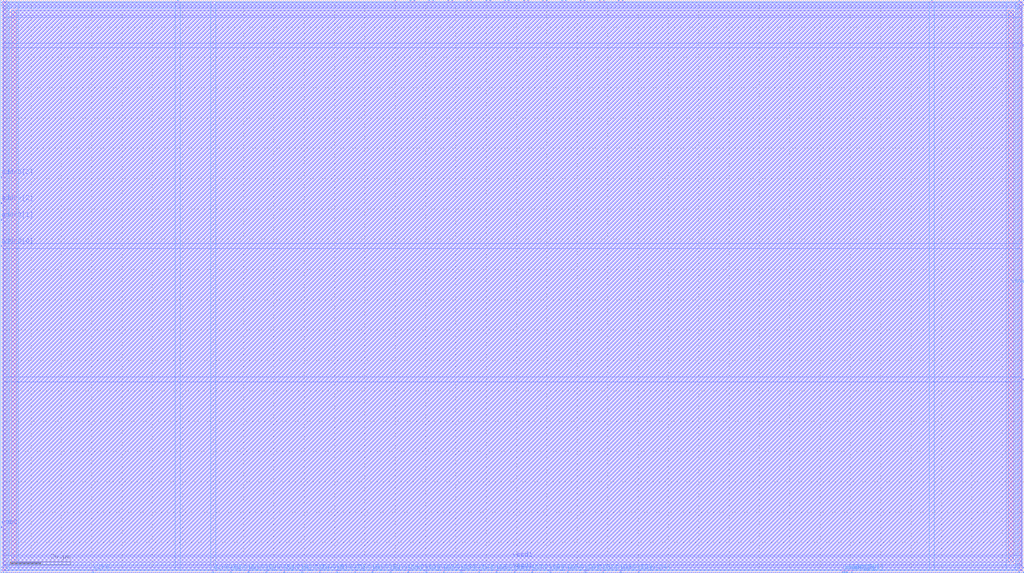
<source format=lef>
VERSION 5.4 ;
NAMESCASESENSITIVE ON ;
BUSBITCHARS "[]" ;
DIVIDERCHAR "/" ;
UNITS
  DATABASE MICRONS 1000 ;
END UNITS
MACRO icache_tag_ram
   CLASS BLOCK ;
   SIZE 337.22 BY 188.98 ;
   SYMMETRY X Y R90 ;
   PIN din0[0]
      DIRECTION INPUT ;
      PORT
         LAYER met4 ;
         RECT  69.86 0.0 70.24 0.38 ;
      END
   END din0[0]
   PIN din0[1]
      DIRECTION INPUT ;
      PORT
         LAYER met4 ;
         RECT  75.7 0.0 76.08 0.38 ;
      END
   END din0[1]
   PIN din0[2]
      DIRECTION INPUT ;
      PORT
         LAYER met4 ;
         RECT  81.54 0.0 81.92 0.38 ;
      END
   END din0[2]
   PIN din0[3]
      DIRECTION INPUT ;
      PORT
         LAYER met4 ;
         RECT  87.38 0.0 87.76 0.38 ;
      END
   END din0[3]
   PIN din0[4]
      DIRECTION INPUT ;
      PORT
         LAYER met4 ;
         RECT  93.22 0.0 93.6 0.38 ;
      END
   END din0[4]
   PIN din0[5]
      DIRECTION INPUT ;
      PORT
         LAYER met4 ;
         RECT  99.06 0.0 99.44 0.38 ;
      END
   END din0[5]
   PIN din0[6]
      DIRECTION INPUT ;
      PORT
         LAYER met4 ;
         RECT  104.9 0.0 105.28 0.38 ;
      END
   END din0[6]
   PIN din0[7]
      DIRECTION INPUT ;
      PORT
         LAYER met4 ;
         RECT  110.74 0.0 111.12 0.38 ;
      END
   END din0[7]
   PIN din0[8]
      DIRECTION INPUT ;
      PORT
         LAYER met4 ;
         RECT  116.58 0.0 116.96 0.38 ;
      END
   END din0[8]
   PIN din0[9]
      DIRECTION INPUT ;
      PORT
         LAYER met4 ;
         RECT  122.42 0.0 122.8 0.38 ;
      END
   END din0[9]
   PIN din0[10]
      DIRECTION INPUT ;
      PORT
         LAYER met4 ;
         RECT  128.26 0.0 128.64 0.38 ;
      END
   END din0[10]
   PIN din0[11]
      DIRECTION INPUT ;
      PORT
         LAYER met4 ;
         RECT  134.1 0.0 134.48 0.38 ;
      END
   END din0[11]
   PIN din0[12]
      DIRECTION INPUT ;
      PORT
         LAYER met4 ;
         RECT  139.94 0.0 140.32 0.38 ;
      END
   END din0[12]
   PIN din0[13]
      DIRECTION INPUT ;
      PORT
         LAYER met4 ;
         RECT  145.78 0.0 146.16 0.38 ;
      END
   END din0[13]
   PIN din0[14]
      DIRECTION INPUT ;
      PORT
         LAYER met4 ;
         RECT  151.62 0.0 152.0 0.38 ;
      END
   END din0[14]
   PIN din0[15]
      DIRECTION INPUT ;
      PORT
         LAYER met4 ;
         RECT  157.46 0.0 157.84 0.38 ;
      END
   END din0[15]
   PIN din0[16]
      DIRECTION INPUT ;
      PORT
         LAYER met4 ;
         RECT  163.3 0.0 163.68 0.38 ;
      END
   END din0[16]
   PIN din0[17]
      DIRECTION INPUT ;
      PORT
         LAYER met4 ;
         RECT  169.14 0.0 169.52 0.38 ;
      END
   END din0[17]
   PIN din0[18]
      DIRECTION INPUT ;
      PORT
         LAYER met4 ;
         RECT  174.98 0.0 175.36 0.38 ;
      END
   END din0[18]
   PIN din0[19]
      DIRECTION INPUT ;
      PORT
         LAYER met4 ;
         RECT  180.82 0.0 181.2 0.38 ;
      END
   END din0[19]
   PIN din0[20]
      DIRECTION INPUT ;
      PORT
         LAYER met4 ;
         RECT  186.66 0.0 187.04 0.38 ;
      END
   END din0[20]
   PIN din0[21]
      DIRECTION INPUT ;
      PORT
         LAYER met4 ;
         RECT  192.5 0.0 192.88 0.38 ;
      END
   END din0[21]
   PIN din0[22]
      DIRECTION INPUT ;
      PORT
         LAYER met4 ;
         RECT  198.34 0.0 198.72 0.38 ;
      END
   END din0[22]
   PIN din0[23]
      DIRECTION INPUT ;
      PORT
         LAYER met4 ;
         RECT  204.18 0.0 204.56 0.38 ;
      END
   END din0[23]
   PIN din0[24]
      DIRECTION INPUT ;
      PORT
         LAYER met4 ;
         RECT  210.02 0.0 210.4 0.38 ;
      END
   END din0[24]
   PIN addr0[0]
      DIRECTION INPUT ;
      PORT
         LAYER met3 ;
         RECT  0.0 107.58 0.38 107.96 ;
      END
   END addr0[0]
   PIN addr0[1]
      DIRECTION INPUT ;
      PORT
         LAYER met3 ;
         RECT  0.0 116.08 0.38 116.46 ;
      END
   END addr0[1]
   PIN addr0[2]
      DIRECTION INPUT ;
      PORT
         LAYER met3 ;
         RECT  0.0 121.72 0.38 122.1 ;
      END
   END addr0[2]
   PIN addr0[3]
      DIRECTION INPUT ;
      PORT
         LAYER met3 ;
         RECT  0.0 130.22 0.38 130.6 ;
      END
   END addr0[3]
   PIN addr0[4]
      DIRECTION INPUT ;
      PORT
         LAYER met4 ;
         RECT  58.18 188.6 58.56 188.98 ;
      END
   END addr0[4]
   PIN addr1[0]
      DIRECTION INPUT ;
      PORT
         LAYER met3 ;
         RECT  336.84 63.54 337.22 63.92 ;
      END
   END addr1[0]
   PIN addr1[1]
      DIRECTION INPUT ;
      PORT
         LAYER met4 ;
         RECT  280.2 0.0 280.58 0.38 ;
      END
   END addr1[1]
   PIN addr1[2]
      DIRECTION INPUT ;
      PORT
         LAYER met4 ;
         RECT  277.225 0.0 277.605 0.38 ;
      END
   END addr1[2]
   PIN addr1[3]
      DIRECTION INPUT ;
      PORT
         LAYER met4 ;
         RECT  277.915 0.0 278.295 0.38 ;
      END
   END addr1[3]
   PIN addr1[4]
      DIRECTION INPUT ;
      PORT
         LAYER met4 ;
         RECT  278.66 0.0 279.04 0.38 ;
      END
   END addr1[4]
   PIN csb0
      DIRECTION INPUT ;
      PORT
         LAYER met3 ;
         RECT  0.0 14.87 0.38 15.25 ;
      END
   END csb0
   PIN csb1
      DIRECTION INPUT ;
      PORT
         LAYER met3 ;
         RECT  336.84 173.73 337.22 174.11 ;
      END
   END csb1
   PIN clk0
      DIRECTION INPUT ;
      PORT
         LAYER met4 ;
         RECT  30.26 0.0 30.64 0.38 ;
      END
   END clk0
   PIN clk1
      DIRECTION INPUT ;
      PORT
         LAYER met4 ;
         RECT  306.58 188.6 306.96 188.98 ;
      END
   END clk1
   PIN dout1[0]
      DIRECTION OUTPUT ;
      PORT
         LAYER met4 ;
         RECT  129.845 188.6 130.225 188.98 ;
      END
   END dout1[0]
   PIN dout1[1]
      DIRECTION OUTPUT ;
      PORT
         LAYER met4 ;
         RECT  134.815 188.6 135.195 188.98 ;
      END
   END dout1[1]
   PIN dout1[2]
      DIRECTION OUTPUT ;
      PORT
         LAYER met4 ;
         RECT  136.085 188.6 136.465 188.98 ;
      END
   END dout1[2]
   PIN dout1[3]
      DIRECTION OUTPUT ;
      PORT
         LAYER met4 ;
         RECT  141.055 188.6 141.435 188.98 ;
      END
   END dout1[3]
   PIN dout1[4]
      DIRECTION OUTPUT ;
      PORT
         LAYER met4 ;
         RECT  142.325 188.6 142.705 188.98 ;
      END
   END dout1[4]
   PIN dout1[5]
      DIRECTION OUTPUT ;
      PORT
         LAYER met4 ;
         RECT  147.295 188.6 147.675 188.98 ;
      END
   END dout1[5]
   PIN dout1[6]
      DIRECTION OUTPUT ;
      PORT
         LAYER met4 ;
         RECT  148.565 188.6 148.945 188.98 ;
      END
   END dout1[6]
   PIN dout1[7]
      DIRECTION OUTPUT ;
      PORT
         LAYER met4 ;
         RECT  153.535 188.6 153.915 188.98 ;
      END
   END dout1[7]
   PIN dout1[8]
      DIRECTION OUTPUT ;
      PORT
         LAYER met4 ;
         RECT  154.805 188.6 155.185 188.98 ;
      END
   END dout1[8]
   PIN dout1[9]
      DIRECTION OUTPUT ;
      PORT
         LAYER met4 ;
         RECT  159.775 188.6 160.155 188.98 ;
      END
   END dout1[9]
   PIN dout1[10]
      DIRECTION OUTPUT ;
      PORT
         LAYER met4 ;
         RECT  161.045 188.6 161.425 188.98 ;
      END
   END dout1[10]
   PIN dout1[11]
      DIRECTION OUTPUT ;
      PORT
         LAYER met4 ;
         RECT  166.015 188.6 166.395 188.98 ;
      END
   END dout1[11]
   PIN dout1[12]
      DIRECTION OUTPUT ;
      PORT
         LAYER met4 ;
         RECT  167.285 188.6 167.665 188.98 ;
      END
   END dout1[12]
   PIN dout1[13]
      DIRECTION OUTPUT ;
      PORT
         LAYER met4 ;
         RECT  172.255 188.6 172.635 188.98 ;
      END
   END dout1[13]
   PIN dout1[14]
      DIRECTION OUTPUT ;
      PORT
         LAYER met4 ;
         RECT  173.525 188.6 173.905 188.98 ;
      END
   END dout1[14]
   PIN dout1[15]
      DIRECTION OUTPUT ;
      PORT
         LAYER met4 ;
         RECT  178.495 188.6 178.875 188.98 ;
      END
   END dout1[15]
   PIN dout1[16]
      DIRECTION OUTPUT ;
      PORT
         LAYER met4 ;
         RECT  179.765 188.6 180.145 188.98 ;
      END
   END dout1[16]
   PIN dout1[17]
      DIRECTION OUTPUT ;
      PORT
         LAYER met4 ;
         RECT  184.735 188.6 185.115 188.98 ;
      END
   END dout1[17]
   PIN dout1[18]
      DIRECTION OUTPUT ;
      PORT
         LAYER met4 ;
         RECT  186.005 188.6 186.385 188.98 ;
      END
   END dout1[18]
   PIN dout1[19]
      DIRECTION OUTPUT ;
      PORT
         LAYER met4 ;
         RECT  190.975 188.6 191.355 188.98 ;
      END
   END dout1[19]
   PIN dout1[20]
      DIRECTION OUTPUT ;
      PORT
         LAYER met4 ;
         RECT  192.245 188.6 192.625 188.98 ;
      END
   END dout1[20]
   PIN dout1[21]
      DIRECTION OUTPUT ;
      PORT
         LAYER met4 ;
         RECT  197.215 188.6 197.595 188.98 ;
      END
   END dout1[21]
   PIN dout1[22]
      DIRECTION OUTPUT ;
      PORT
         LAYER met4 ;
         RECT  198.485 188.6 198.865 188.98 ;
      END
   END dout1[22]
   PIN dout1[23]
      DIRECTION OUTPUT ;
      PORT
         LAYER met4 ;
         RECT  203.455 188.6 203.835 188.98 ;
      END
   END dout1[23]
   PIN dout1[24]
      DIRECTION OUTPUT ;
      PORT
         LAYER met4 ;
         RECT  204.725 188.6 205.105 188.98 ;
      END
   END dout1[24]
   PIN vccd1
      DIRECTION INOUT ;
      USE POWER ; 
      SHAPE ABUTMENT ; 
      PORT
         LAYER met4 ;
         RECT  0.0 0.0 1.74 188.98 ;
         LAYER met3 ;
         RECT  0.0 187.24 337.22 188.98 ;
         LAYER met3 ;
         RECT  0.0 0.0 337.22 1.74 ;
         LAYER met4 ;
         RECT  335.48 0.0 337.22 188.98 ;
      END
   END vccd1
   PIN vssd1
      DIRECTION INOUT ;
      USE GROUND ; 
      SHAPE ABUTMENT ; 
      PORT
         LAYER met4 ;
         RECT  3.48 3.48 5.22 185.5 ;
         LAYER met3 ;
         RECT  3.48 183.76 333.74 185.5 ;
         LAYER met4 ;
         RECT  332.0 3.48 333.74 185.5 ;
         LAYER met3 ;
         RECT  3.48 3.48 333.74 5.22 ;
      END
   END vssd1
   OBS
   LAYER  met1 ;
      RECT  0.62 0.62 336.6 188.36 ;
   LAYER  met2 ;
      RECT  0.62 0.62 336.6 188.36 ;
   LAYER  met3 ;
      RECT  0.98 106.98 336.6 108.56 ;
      RECT  0.62 108.56 0.98 115.48 ;
      RECT  0.62 117.06 0.98 121.12 ;
      RECT  0.62 122.7 0.98 129.62 ;
      RECT  0.98 62.94 336.24 64.52 ;
      RECT  0.98 64.52 336.24 106.98 ;
      RECT  336.24 64.52 336.6 106.98 ;
      RECT  0.62 15.85 0.98 106.98 ;
      RECT  0.98 108.56 336.24 173.13 ;
      RECT  0.98 173.13 336.24 174.71 ;
      RECT  336.24 108.56 336.6 173.13 ;
      RECT  0.62 131.2 0.98 186.64 ;
      RECT  336.24 174.71 336.6 186.64 ;
      RECT  336.24 2.34 336.6 62.94 ;
      RECT  0.62 2.34 0.98 14.27 ;
      RECT  0.98 174.71 2.88 183.16 ;
      RECT  0.98 183.16 2.88 186.1 ;
      RECT  0.98 186.1 2.88 186.64 ;
      RECT  2.88 174.71 334.34 183.16 ;
      RECT  2.88 186.1 334.34 186.64 ;
      RECT  334.34 174.71 336.24 183.16 ;
      RECT  334.34 183.16 336.24 186.1 ;
      RECT  334.34 186.1 336.24 186.64 ;
      RECT  0.98 2.34 2.88 2.88 ;
      RECT  0.98 2.88 2.88 5.82 ;
      RECT  0.98 5.82 2.88 62.94 ;
      RECT  2.88 2.34 334.34 2.88 ;
      RECT  2.88 5.82 334.34 62.94 ;
      RECT  334.34 2.34 336.24 2.88 ;
      RECT  334.34 2.88 336.24 5.82 ;
      RECT  334.34 5.82 336.24 62.94 ;
   LAYER  met4 ;
      RECT  69.26 0.98 70.84 188.36 ;
      RECT  70.84 0.62 75.1 0.98 ;
      RECT  76.68 0.62 80.94 0.98 ;
      RECT  82.52 0.62 86.78 0.98 ;
      RECT  88.36 0.62 92.62 0.98 ;
      RECT  94.2 0.62 98.46 0.98 ;
      RECT  100.04 0.62 104.3 0.98 ;
      RECT  105.88 0.62 110.14 0.98 ;
      RECT  111.72 0.62 115.98 0.98 ;
      RECT  117.56 0.62 121.82 0.98 ;
      RECT  123.4 0.62 127.66 0.98 ;
      RECT  129.24 0.62 133.5 0.98 ;
      RECT  135.08 0.62 139.34 0.98 ;
      RECT  140.92 0.62 145.18 0.98 ;
      RECT  146.76 0.62 151.02 0.98 ;
      RECT  152.6 0.62 156.86 0.98 ;
      RECT  158.44 0.62 162.7 0.98 ;
      RECT  164.28 0.62 168.54 0.98 ;
      RECT  170.12 0.62 174.38 0.98 ;
      RECT  175.96 0.62 180.22 0.98 ;
      RECT  181.8 0.62 186.06 0.98 ;
      RECT  187.64 0.62 191.9 0.98 ;
      RECT  193.48 0.62 197.74 0.98 ;
      RECT  199.32 0.62 203.58 0.98 ;
      RECT  205.16 0.62 209.42 0.98 ;
      RECT  57.58 0.98 59.16 188.0 ;
      RECT  59.16 0.98 69.26 188.0 ;
      RECT  59.16 188.0 69.26 188.36 ;
      RECT  211.0 0.62 276.625 0.98 ;
      RECT  31.24 0.62 69.26 0.98 ;
      RECT  70.84 0.98 305.98 188.0 ;
      RECT  305.98 0.98 307.56 188.0 ;
      RECT  70.84 188.0 129.245 188.36 ;
      RECT  130.825 188.0 134.215 188.36 ;
      RECT  137.065 188.0 140.455 188.36 ;
      RECT  143.305 188.0 146.695 188.36 ;
      RECT  149.545 188.0 152.935 188.36 ;
      RECT  155.785 188.0 159.175 188.36 ;
      RECT  162.025 188.0 165.415 188.36 ;
      RECT  168.265 188.0 171.655 188.36 ;
      RECT  174.505 188.0 177.895 188.36 ;
      RECT  180.745 188.0 184.135 188.36 ;
      RECT  186.985 188.0 190.375 188.36 ;
      RECT  193.225 188.0 196.615 188.36 ;
      RECT  199.465 188.0 202.855 188.36 ;
      RECT  205.705 188.0 305.98 188.36 ;
      RECT  2.34 188.0 57.58 188.36 ;
      RECT  2.34 0.62 29.66 0.98 ;
      RECT  281.18 0.62 334.88 0.98 ;
      RECT  307.56 188.0 334.88 188.36 ;
      RECT  2.34 0.98 2.88 2.88 ;
      RECT  2.34 2.88 2.88 186.1 ;
      RECT  2.34 186.1 2.88 188.0 ;
      RECT  2.88 0.98 5.82 2.88 ;
      RECT  2.88 186.1 5.82 188.0 ;
      RECT  5.82 0.98 57.58 2.88 ;
      RECT  5.82 2.88 57.58 186.1 ;
      RECT  5.82 186.1 57.58 188.0 ;
      RECT  307.56 0.98 331.4 2.88 ;
      RECT  307.56 2.88 331.4 186.1 ;
      RECT  307.56 186.1 331.4 188.0 ;
      RECT  331.4 0.98 334.34 2.88 ;
      RECT  331.4 186.1 334.34 188.0 ;
      RECT  334.34 0.98 334.88 2.88 ;
      RECT  334.34 2.88 334.88 186.1 ;
      RECT  334.34 186.1 334.88 188.0 ;
   END
END    icache_tag_ram
END    LIBRARY

</source>
